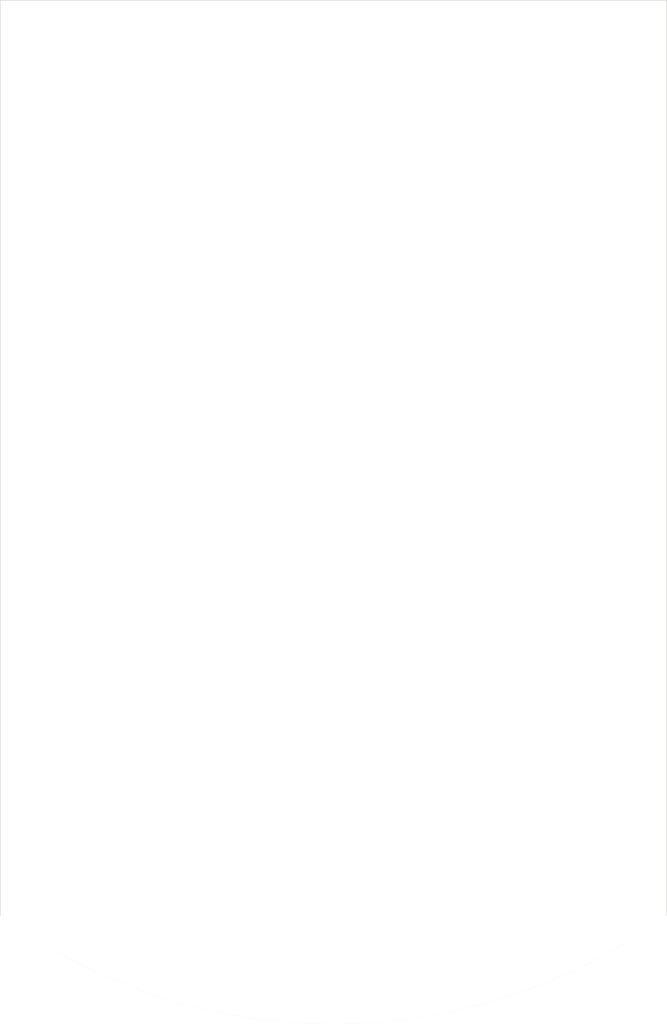
<source format=kicad_pcb>
(kicad_pcb (version 4) (host pcbnew 4.0.1-stable)

  (general
    (links 0)
    (no_connects 0)
    (area 41.749999 -190.850001 208.632263 -0.897621)
    (thickness 1.6)
    (drawings 22)
    (tracks 0)
    (zones 0)
    (modules 0)
    (nets 1)
  )

  (page A3)
  (layers
    (0 F.Cu signal)
    (31 B.Cu signal)
    (32 B.Adhes user)
    (33 F.Adhes user)
    (34 B.Paste user)
    (35 F.Paste user)
    (36 B.SilkS user)
    (37 F.SilkS user)
    (38 B.Mask user)
    (39 F.Mask user)
    (40 Dwgs.User user)
    (41 Cmts.User user)
    (42 Eco1.User user)
    (43 Eco2.User user)
    (44 Edge.Cuts user)
  )

  (setup
    (last_trace_width 0.254)
    (trace_clearance 0.254)
    (zone_clearance 0.508)
    (zone_45_only no)
    (trace_min 0.254)
    (segment_width 0.2)
    (edge_width 0.1)
    (via_size 0.889)
    (via_drill 0.635)
    (via_min_size 0.889)
    (via_min_drill 0.508)
    (uvia_size 0.508)
    (uvia_drill 0.127)
    (uvias_allowed no)
    (uvia_min_size 0.508)
    (uvia_min_drill 0.127)
    (pcb_text_width 0.3)
    (pcb_text_size 1.5 1.5)
    (mod_edge_width 0.15)
    (mod_text_size 1 1)
    (mod_text_width 0.15)
    (pad_size 1.5 1.5)
    (pad_drill 0.6)
    (pad_to_mask_clearance 0)
    (aux_axis_origin 0 0)
    (visible_elements 7FFFFFFF)
    (pcbplotparams
      (layerselection 0x00030_80000001)
      (usegerberextensions true)
      (excludeedgelayer true)
      (linewidth 0.150000)
      (plotframeref false)
      (viasonmask false)
      (mode 1)
      (useauxorigin false)
      (hpglpennumber 1)
      (hpglpenspeed 20)
      (hpglpendiameter 15)
      (hpglpenoverlay 2)
      (psnegative false)
      (psa4output false)
      (plotreference true)
      (plotvalue true)
      (plotinvisibletext false)
      (padsonsilk false)
      (subtractmaskfromsilk false)
      (outputformat 1)
      (mirror false)
      (drillshape 1)
      (scaleselection 1)
      (outputdirectory ""))
  )

  (net 0 "")

  (net_class Default "This is the default net class."
    (clearance 0.254)
    (trace_width 0.254)
    (via_dia 0.889)
    (via_drill 0.635)
    (uvia_dia 0.508)
    (uvia_drill 0.127)
  )

  (gr_line (start 165.45 -190.8) (end 165.45 -21.1) (angle 90) (layer Edge.Cuts) (width 0.1))
  (gr_line (start 164.45 -190.8) (end 165.45 -190.8) (angle 90) (layer Edge.Cuts) (width 0.1))
  (gr_line (start 41.8 -190.8) (end 164.45 -190.8) (angle 90) (layer Edge.Cuts) (width 0.1))
  (gr_line (start 41.8 -190.8) (end 41.8 -21.1) (angle 90) (layer Edge.Cuts) (width 0.1))
  (gr_line (start 62.756049 -9.154266) (end 56.581811 -12.006294) (angle 90) (layer Edge.Cuts) (width 0.01))
  (gr_line (start 69.138484 -6.6981) (end 62.756049 -9.154266) (angle 90) (layer Edge.Cuts) (width 0.01))
  (gr_line (start 75.713478 -4.653436) (end 69.138484 -6.6981) (angle 90) (layer Edge.Cuts) (width 0.01))
  (gr_line (start 82.46539 -3.035916) (end 75.713478 -4.653436) (angle 90) (layer Edge.Cuts) (width 0.01))
  (gr_line (start 89.378585 -1.861179) (end 82.46539 -3.035916) (angle 90) (layer Edge.Cuts) (width 0.01))
  (gr_line (start 96.437422 -1.144868) (end 89.378585 -1.861179) (angle 90) (layer Edge.Cuts) (width 0.01))
  (gr_line (start 103.626264 -0.902622) (end 96.437422 -1.144868) (angle 90) (layer Edge.Cuts) (width 0.01))
  (gr_line (start 110.815136 -1.144868) (end 103.626264 -0.902622) (angle 90) (layer Edge.Cuts) (width 0.01))
  (gr_line (start 117.87402 -1.861179) (end 110.815136 -1.144868) (angle 90) (layer Edge.Cuts) (width 0.01))
  (gr_line (start 124.787276 -3.035916) (end 117.87402 -1.861179) (angle 90) (layer Edge.Cuts) (width 0.01))
  (gr_line (start 131.539263 -4.653436) (end 124.787276 -3.035916) (angle 90) (layer Edge.Cuts) (width 0.01))
  (gr_line (start 138.114343 -6.6981) (end 131.539263 -4.653436) (angle 90) (layer Edge.Cuts) (width 0.01))
  (gr_line (start 144.496874 -9.154266) (end 138.114343 -6.6981) (angle 90) (layer Edge.Cuts) (width 0.01))
  (gr_line (start 150.671218 -12.006294) (end 144.496874 -9.154266) (angle 90) (layer Edge.Cuts) (width 0.01))
  (gr_line (start 156.621734 -15.238544) (end 150.671218 -12.006294) (angle 90) (layer Edge.Cuts) (width 0.01))
  (gr_line (start 162.332782 -18.835375) (end 156.621734 -15.238544) (angle 90) (layer Edge.Cuts) (width 0.01))
  (gr_line (start 50.631406 -15.238544) (end 44.920475 -18.835375) (angle 90) (layer Edge.Cuts) (width 0.01))
  (gr_line (start 56.581811 -12.006294) (end 50.631406 -15.238544) (angle 90) (layer Edge.Cuts) (width 0.01))

)

</source>
